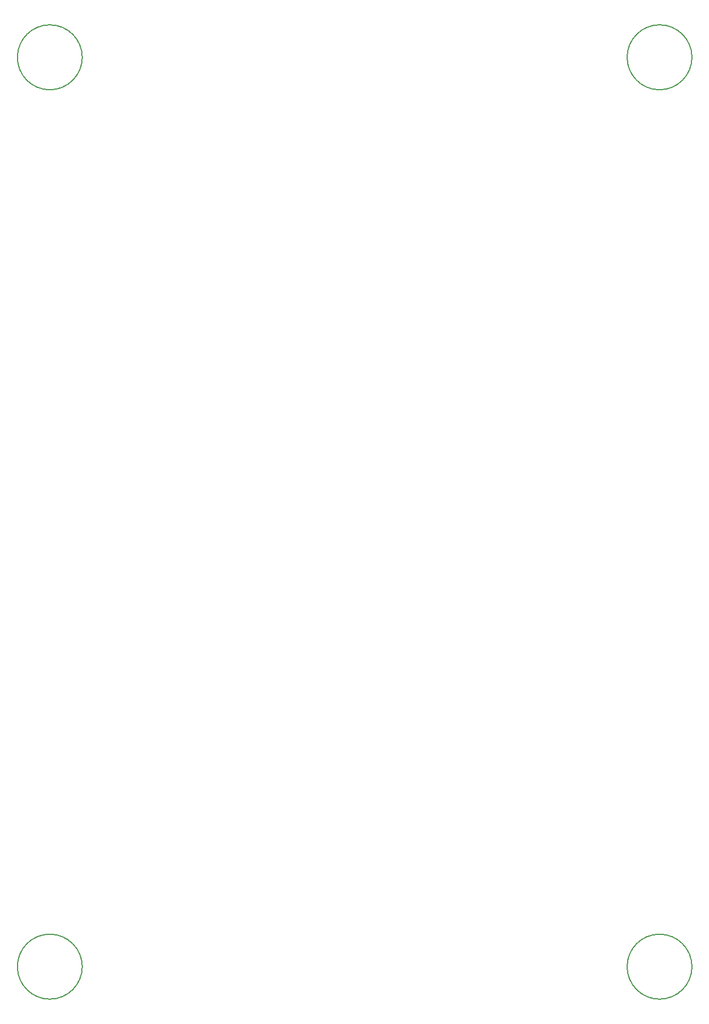
<source format=gbr>
G04 #@! TF.GenerationSoftware,KiCad,Pcbnew,5.1.5-52549c5~84~ubuntu18.04.1*
G04 #@! TF.CreationDate,2020-03-14T18:31:45-06:00*
G04 #@! TF.ProjectId,fuse-board-large,66757365-2d62-46f6-9172-642d6c617267,rev?*
G04 #@! TF.SameCoordinates,Original*
G04 #@! TF.FileFunction,Legend,Bot*
G04 #@! TF.FilePolarity,Positive*
%FSLAX46Y46*%
G04 Gerber Fmt 4.6, Leading zero omitted, Abs format (unit mm)*
G04 Created by KiCad (PCBNEW 5.1.5-52549c5~84~ubuntu18.04.1) date 2020-03-14 18:31:45*
%MOMM*%
%LPD*%
G04 APERTURE LIST*
%ADD10C,0.150000*%
G04 APERTURE END LIST*
D10*
X43000000Y-186000000D02*
G75*
G03X43000000Y-186000000I-5000000J0D01*
G01*
X137000000Y-186000000D02*
G75*
G03X137000000Y-186000000I-5000000J0D01*
G01*
X137000000Y-46000000D02*
G75*
G03X137000000Y-46000000I-5000000J0D01*
G01*
X43000000Y-46000000D02*
G75*
G03X43000000Y-46000000I-5000000J0D01*
G01*
M02*

</source>
